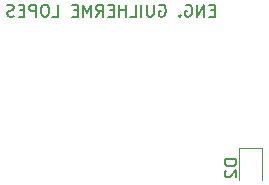
<source format=gbr>
%TF.GenerationSoftware,KiCad,Pcbnew,(5.1.5)-3*%
%TF.CreationDate,2020-10-03T11:48:18-03:00*%
%TF.ProjectId,interruptor_bluetooth V1.0,696e7465-7272-4757-9074-6f725f626c75,rev?*%
%TF.SameCoordinates,Original*%
%TF.FileFunction,Legend,Bot*%
%TF.FilePolarity,Positive*%
%FSLAX46Y46*%
G04 Gerber Fmt 4.6, Leading zero omitted, Abs format (unit mm)*
G04 Created by KiCad (PCBNEW (5.1.5)-3) date 2020-10-03 11:48:18*
%MOMM*%
%LPD*%
G04 APERTURE LIST*
%ADD10C,0.150000*%
%ADD11C,0.120000*%
G04 APERTURE END LIST*
D10*
X156691504Y-65308171D02*
X156358171Y-65308171D01*
X156215314Y-65831980D02*
X156691504Y-65831980D01*
X156691504Y-64831980D01*
X156215314Y-64831980D01*
X155786742Y-65831980D02*
X155786742Y-64831980D01*
X155215314Y-65831980D01*
X155215314Y-64831980D01*
X154215314Y-64879600D02*
X154310552Y-64831980D01*
X154453409Y-64831980D01*
X154596266Y-64879600D01*
X154691504Y-64974838D01*
X154739123Y-65070076D01*
X154786742Y-65260552D01*
X154786742Y-65403409D01*
X154739123Y-65593885D01*
X154691504Y-65689123D01*
X154596266Y-65784361D01*
X154453409Y-65831980D01*
X154358171Y-65831980D01*
X154215314Y-65784361D01*
X154167695Y-65736742D01*
X154167695Y-65403409D01*
X154358171Y-65403409D01*
X153739123Y-65736742D02*
X153691504Y-65784361D01*
X153739123Y-65831980D01*
X153786742Y-65784361D01*
X153739123Y-65736742D01*
X153739123Y-65831980D01*
X151977219Y-64879600D02*
X152072457Y-64831980D01*
X152215314Y-64831980D01*
X152358171Y-64879600D01*
X152453409Y-64974838D01*
X152501028Y-65070076D01*
X152548647Y-65260552D01*
X152548647Y-65403409D01*
X152501028Y-65593885D01*
X152453409Y-65689123D01*
X152358171Y-65784361D01*
X152215314Y-65831980D01*
X152120076Y-65831980D01*
X151977219Y-65784361D01*
X151929600Y-65736742D01*
X151929600Y-65403409D01*
X152120076Y-65403409D01*
X151501028Y-64831980D02*
X151501028Y-65641504D01*
X151453409Y-65736742D01*
X151405790Y-65784361D01*
X151310552Y-65831980D01*
X151120076Y-65831980D01*
X151024838Y-65784361D01*
X150977219Y-65736742D01*
X150929600Y-65641504D01*
X150929600Y-64831980D01*
X150453409Y-65831980D02*
X150453409Y-64831980D01*
X149501028Y-65831980D02*
X149977219Y-65831980D01*
X149977219Y-64831980D01*
X149167695Y-65831980D02*
X149167695Y-64831980D01*
X149167695Y-65308171D02*
X148596266Y-65308171D01*
X148596266Y-65831980D02*
X148596266Y-64831980D01*
X148120076Y-65308171D02*
X147786742Y-65308171D01*
X147643885Y-65831980D02*
X148120076Y-65831980D01*
X148120076Y-64831980D01*
X147643885Y-64831980D01*
X146643885Y-65831980D02*
X146977219Y-65355790D01*
X147215314Y-65831980D02*
X147215314Y-64831980D01*
X146834361Y-64831980D01*
X146739123Y-64879600D01*
X146691504Y-64927219D01*
X146643885Y-65022457D01*
X146643885Y-65165314D01*
X146691504Y-65260552D01*
X146739123Y-65308171D01*
X146834361Y-65355790D01*
X147215314Y-65355790D01*
X146215314Y-65831980D02*
X146215314Y-64831980D01*
X145881980Y-65546266D01*
X145548647Y-64831980D01*
X145548647Y-65831980D01*
X145072457Y-65308171D02*
X144739123Y-65308171D01*
X144596266Y-65831980D02*
X145072457Y-65831980D01*
X145072457Y-64831980D01*
X144596266Y-64831980D01*
X142929600Y-65831980D02*
X143405790Y-65831980D01*
X143405790Y-64831980D01*
X142405790Y-64831980D02*
X142215314Y-64831980D01*
X142120076Y-64879600D01*
X142024838Y-64974838D01*
X141977219Y-65165314D01*
X141977219Y-65498647D01*
X142024838Y-65689123D01*
X142120076Y-65784361D01*
X142215314Y-65831980D01*
X142405790Y-65831980D01*
X142501028Y-65784361D01*
X142596266Y-65689123D01*
X142643885Y-65498647D01*
X142643885Y-65165314D01*
X142596266Y-64974838D01*
X142501028Y-64879600D01*
X142405790Y-64831980D01*
X141548647Y-65831980D02*
X141548647Y-64831980D01*
X141167695Y-64831980D01*
X141072457Y-64879600D01*
X141024838Y-64927219D01*
X140977219Y-65022457D01*
X140977219Y-65165314D01*
X141024838Y-65260552D01*
X141072457Y-65308171D01*
X141167695Y-65355790D01*
X141548647Y-65355790D01*
X140548647Y-65308171D02*
X140215314Y-65308171D01*
X140072457Y-65831980D02*
X140548647Y-65831980D01*
X140548647Y-64831980D01*
X140072457Y-64831980D01*
X139691504Y-65784361D02*
X139548647Y-65831980D01*
X139310552Y-65831980D01*
X139215314Y-65784361D01*
X139167695Y-65736742D01*
X139120076Y-65641504D01*
X139120076Y-65546266D01*
X139167695Y-65451028D01*
X139215314Y-65403409D01*
X139310552Y-65355790D01*
X139501028Y-65308171D01*
X139596266Y-65260552D01*
X139643885Y-65212933D01*
X139691504Y-65117695D01*
X139691504Y-65022457D01*
X139643885Y-64927219D01*
X139596266Y-64879600D01*
X139501028Y-64831980D01*
X139262933Y-64831980D01*
X139120076Y-64879600D01*
D11*
X160675200Y-76976500D02*
X160675200Y-79661500D01*
X158755200Y-76976500D02*
X160675200Y-76976500D01*
X158755200Y-79661500D02*
X158755200Y-76976500D01*
D10*
X158517580Y-77923404D02*
X157517580Y-77923404D01*
X157517580Y-78161500D01*
X157565200Y-78304357D01*
X157660438Y-78399595D01*
X157755676Y-78447214D01*
X157946152Y-78494833D01*
X158089009Y-78494833D01*
X158279485Y-78447214D01*
X158374723Y-78399595D01*
X158469961Y-78304357D01*
X158517580Y-78161500D01*
X158517580Y-77923404D01*
X157612819Y-78875785D02*
X157565200Y-78923404D01*
X157517580Y-79018642D01*
X157517580Y-79256738D01*
X157565200Y-79351976D01*
X157612819Y-79399595D01*
X157708057Y-79447214D01*
X157803295Y-79447214D01*
X157946152Y-79399595D01*
X158517580Y-78828166D01*
X158517580Y-79447214D01*
M02*

</source>
